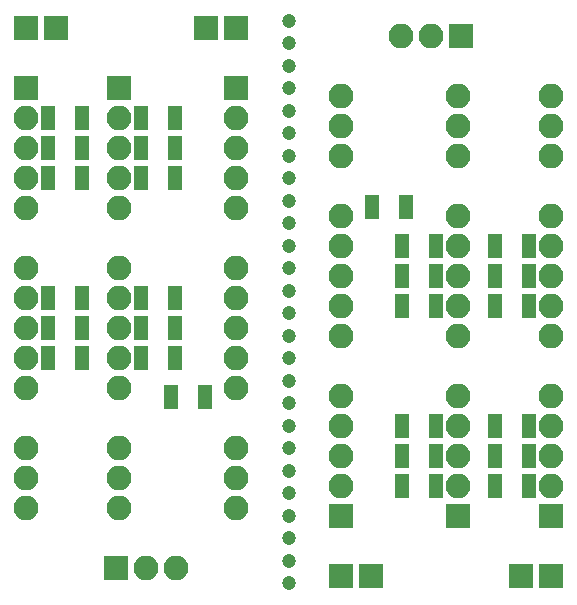
<source format=gbs>
G04 #@! TF.FileFunction,Soldermask,Bot*
%FSLAX46Y46*%
G04 Gerber Fmt 4.6, Leading zero omitted, Abs format (unit mm)*
G04 Created by KiCad (PCBNEW 4.0.5) date 03/25/17 21:33:15*
%MOMM*%
%LPD*%
G01*
G04 APERTURE LIST*
%ADD10C,0.100000*%
%ADD11C,1.200000*%
%ADD12R,1.300000X2.100000*%
%ADD13R,2.100000X2.100000*%
%ADD14O,2.100000X2.100000*%
G04 APERTURE END LIST*
D10*
D11*
X100965000Y-133350000D03*
X100965000Y-131445000D03*
X100965000Y-135255000D03*
X100965000Y-137160000D03*
X100965000Y-144780000D03*
X100965000Y-142875000D03*
X100965000Y-139065000D03*
X100965000Y-140970000D03*
X100965000Y-146685000D03*
X100965000Y-148590000D03*
X100965000Y-118110000D03*
X100965000Y-116205000D03*
X100965000Y-120015000D03*
X100965000Y-121920000D03*
X100965000Y-129540000D03*
X100965000Y-127635000D03*
X100965000Y-123825000D03*
X100965000Y-125730000D03*
X100965000Y-110490000D03*
X100965000Y-108585000D03*
X100965000Y-112395000D03*
X100965000Y-114300000D03*
X100965000Y-106680000D03*
X100965000Y-104775000D03*
X100965000Y-100965000D03*
D12*
X121338000Y-120015000D03*
X118438000Y-120015000D03*
X121338000Y-122555000D03*
X118438000Y-122555000D03*
X121338000Y-125095000D03*
X118438000Y-125095000D03*
X113464000Y-135255000D03*
X110564000Y-135255000D03*
X121338000Y-135255000D03*
X118438000Y-135255000D03*
X113464000Y-137795000D03*
X110564000Y-137795000D03*
X121338000Y-137795000D03*
X118438000Y-137795000D03*
X113464000Y-140335000D03*
X110564000Y-140335000D03*
X121338000Y-140335000D03*
X118438000Y-140335000D03*
X113464000Y-120015000D03*
X110564000Y-120015000D03*
X113464000Y-122555000D03*
X110564000Y-122555000D03*
X113464000Y-125095000D03*
X110564000Y-125095000D03*
X108024000Y-116713000D03*
X110924000Y-116713000D03*
D13*
X105410000Y-142875000D03*
D14*
X105410000Y-140335000D03*
X105410000Y-137795000D03*
X105410000Y-135255000D03*
X105410000Y-132715000D03*
X105410000Y-127635000D03*
X105410000Y-125095000D03*
X105410000Y-122555000D03*
X105410000Y-120015000D03*
X105410000Y-117475000D03*
X105410000Y-112395000D03*
X105410000Y-109855000D03*
X105410000Y-107315000D03*
D13*
X115316000Y-142875000D03*
D14*
X115316000Y-140335000D03*
X115316000Y-137795000D03*
X115316000Y-135255000D03*
X115316000Y-132715000D03*
X115316000Y-127635000D03*
X115316000Y-125095000D03*
X115316000Y-122555000D03*
X115316000Y-120015000D03*
X115316000Y-117475000D03*
X115316000Y-112395000D03*
X115316000Y-109855000D03*
X115316000Y-107315000D03*
D13*
X115570000Y-102235000D03*
D14*
X113030000Y-102235000D03*
X110490000Y-102235000D03*
D13*
X107950000Y-147955000D03*
X105410000Y-147955000D03*
X123190000Y-147955000D03*
X120650000Y-147955000D03*
X123190000Y-142875000D03*
D14*
X123190000Y-140335000D03*
X123190000Y-137795000D03*
X123190000Y-135255000D03*
X123190000Y-132715000D03*
X123190000Y-127635000D03*
X123190000Y-125095000D03*
X123190000Y-122555000D03*
X123190000Y-120015000D03*
X123190000Y-117475000D03*
X123190000Y-112395000D03*
X123190000Y-109855000D03*
X123190000Y-107315000D03*
D13*
X78740000Y-106680000D03*
D14*
X78740000Y-109220000D03*
X78740000Y-111760000D03*
X78740000Y-114300000D03*
X78740000Y-116840000D03*
X78740000Y-121920000D03*
X78740000Y-124460000D03*
X78740000Y-127000000D03*
X78740000Y-129540000D03*
X78740000Y-132080000D03*
X78740000Y-137160000D03*
X78740000Y-139700000D03*
X78740000Y-142240000D03*
D13*
X81280000Y-101600000D03*
X78740000Y-101600000D03*
X96520000Y-101600000D03*
X93980000Y-101600000D03*
X86360000Y-147320000D03*
D14*
X88900000Y-147320000D03*
X91440000Y-147320000D03*
D13*
X86614000Y-106680000D03*
D14*
X86614000Y-109220000D03*
X86614000Y-111760000D03*
X86614000Y-114300000D03*
X86614000Y-116840000D03*
X86614000Y-121920000D03*
X86614000Y-124460000D03*
X86614000Y-127000000D03*
X86614000Y-129540000D03*
X86614000Y-132080000D03*
X86614000Y-137160000D03*
X86614000Y-139700000D03*
X86614000Y-142240000D03*
D13*
X96520000Y-106680000D03*
D14*
X96520000Y-109220000D03*
X96520000Y-111760000D03*
X96520000Y-114300000D03*
X96520000Y-116840000D03*
X96520000Y-121920000D03*
X96520000Y-124460000D03*
X96520000Y-127000000D03*
X96520000Y-129540000D03*
X96520000Y-132080000D03*
X96520000Y-137160000D03*
X96520000Y-139700000D03*
X96520000Y-142240000D03*
D12*
X93906000Y-132842000D03*
X91006000Y-132842000D03*
X88466000Y-124460000D03*
X91366000Y-124460000D03*
X88466000Y-127000000D03*
X91366000Y-127000000D03*
X88466000Y-129540000D03*
X91366000Y-129540000D03*
X80592000Y-109220000D03*
X83492000Y-109220000D03*
X88466000Y-109220000D03*
X91366000Y-109220000D03*
X80592000Y-111760000D03*
X83492000Y-111760000D03*
X88466000Y-111760000D03*
X91366000Y-111760000D03*
X80592000Y-114300000D03*
X83492000Y-114300000D03*
X88466000Y-114300000D03*
X91366000Y-114300000D03*
X80592000Y-124460000D03*
X83492000Y-124460000D03*
X80592000Y-127000000D03*
X83492000Y-127000000D03*
X80592000Y-129540000D03*
X83492000Y-129540000D03*
D11*
X100965000Y-102870000D03*
M02*

</source>
